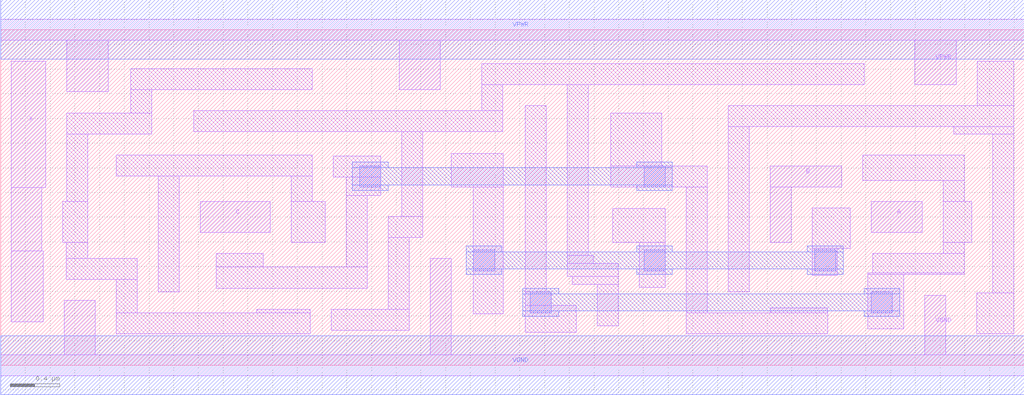
<source format=lef>
# Copyright 2020 The SkyWater PDK Authors
#
# Licensed under the Apache License, Version 2.0 (the "License");
# you may not use this file except in compliance with the License.
# You may obtain a copy of the License at
#
#     https://www.apache.org/licenses/LICENSE-2.0
#
# Unless required by applicable law or agreed to in writing, software
# distributed under the License is distributed on an "AS IS" BASIS,
# WITHOUT WARRANTIES OR CONDITIONS OF ANY KIND, either express or implied.
# See the License for the specific language governing permissions and
# limitations under the License.
#
# SPDX-License-Identifier: Apache-2.0

VERSION 5.5 ;
NAMESCASESENSITIVE ON ;
BUSBITCHARS "[]" ;
DIVIDERCHAR "/" ;
MACRO sky130_fd_sc_hd__xnor3_1
  CLASS CORE ;
  SOURCE USER ;
  ORIGIN  0.000000  0.000000 ;
  SIZE  8.280000 BY  2.720000 ;
  SYMMETRY X Y R90 ;
  SITE unithd ;
  PIN A
    ANTENNAGATEAREA  0.246000 ;
    DIRECTION INPUT ;
    USE SIGNAL ;
    PORT
      LAYER li1 ;
        RECT 7.045000 1.075000 7.455000 1.325000 ;
    END
  END A
  PIN B
    ANTENNAGATEAREA  0.661500 ;
    DIRECTION INPUT ;
    USE SIGNAL ;
    PORT
      LAYER li1 ;
        RECT 6.225000 0.995000 6.395000 1.445000 ;
        RECT 6.225000 1.445000 6.805000 1.615000 ;
    END
  END B
  PIN C
    ANTENNAGATEAREA  0.381000 ;
    DIRECTION INPUT ;
    USE SIGNAL ;
    PORT
      LAYER li1 ;
        RECT 1.615000 1.075000 2.180000 1.325000 ;
    END
  END C
  PIN X
    ANTENNADIFFAREA  0.449000 ;
    DIRECTION OUTPUT ;
    USE SIGNAL ;
    PORT
      LAYER li1 ;
        RECT 0.085000 0.350000 0.345000 0.925000 ;
        RECT 0.085000 0.925000 0.330000 1.440000 ;
        RECT 0.085000 1.440000 0.365000 2.465000 ;
    END
  END X
  PIN VGND
    DIRECTION INOUT ;
    SHAPE ABUTMENT ;
    USE GROUND ;
    PORT
      LAYER li1 ;
        RECT 0.000000 -0.085000 8.280000 0.085000 ;
        RECT 0.515000  0.085000 0.765000 0.525000 ;
        RECT 3.475000  0.085000 3.645000 0.865000 ;
        RECT 7.475000  0.085000 7.645000 0.565000 ;
    END
    PORT
      LAYER met1 ;
        RECT 0.000000 -0.240000 8.280000 0.240000 ;
    END
  END VGND
  PIN VPWR
    DIRECTION INOUT ;
    SHAPE ABUTMENT ;
    USE POWER ;
    PORT
      LAYER li1 ;
        RECT 0.000000 2.635000 8.280000 2.805000 ;
        RECT 0.535000 2.215000 0.870000 2.635000 ;
        RECT 3.225000 2.235000 3.555000 2.635000 ;
        RECT 7.395000 2.275000 7.730000 2.635000 ;
    END
    PORT
      LAYER met1 ;
        RECT 0.000000 2.480000 8.280000 2.960000 ;
    END
  END VPWR
  OBS
    LAYER li1 ;
      RECT 0.500000 0.995000 0.705000 1.325000 ;
      RECT 0.530000 0.695000 1.105000 0.865000 ;
      RECT 0.530000 0.865000 0.705000 0.995000 ;
      RECT 0.535000 1.325000 0.705000 1.875000 ;
      RECT 0.535000 1.875000 1.220000 2.045000 ;
      RECT 0.935000 0.255000 2.505000 0.425000 ;
      RECT 0.935000 0.425000 1.105000 0.695000 ;
      RECT 0.935000 1.535000 2.520000 1.705000 ;
      RECT 1.050000 2.045000 1.220000 2.235000 ;
      RECT 1.050000 2.235000 2.520000 2.405000 ;
      RECT 1.275000 0.595000 1.445000 1.535000 ;
      RECT 1.560000 1.895000 4.060000 2.065000 ;
      RECT 1.745000 0.625000 2.965000 0.795000 ;
      RECT 1.745000 0.795000 2.125000 0.905000 ;
      RECT 2.070000 0.425000 2.505000 0.455000 ;
      RECT 2.350000 0.995000 2.625000 1.325000 ;
      RECT 2.350000 1.325000 2.520000 1.535000 ;
      RECT 2.675000 0.285000 3.305000 0.455000 ;
      RECT 2.690000 1.525000 3.075000 1.695000 ;
      RECT 2.795000 0.795000 2.965000 1.375000 ;
      RECT 2.795000 1.375000 3.075000 1.525000 ;
      RECT 3.135000 0.455000 3.305000 1.035000 ;
      RECT 3.135000 1.035000 3.415000 1.205000 ;
      RECT 3.245000 1.205000 3.415000 1.895000 ;
      RECT 3.645000 1.445000 4.065000 1.715000 ;
      RECT 3.825000 0.415000 4.065000 1.445000 ;
      RECT 3.890000 2.065000 4.060000 2.275000 ;
      RECT 3.890000 2.275000 6.985000 2.445000 ;
      RECT 4.245000 0.265000 4.655000 0.485000 ;
      RECT 4.245000 0.485000 4.455000 0.595000 ;
      RECT 4.245000 0.595000 4.415000 2.105000 ;
      RECT 4.585000 0.720000 4.995000 0.825000 ;
      RECT 4.585000 0.825000 4.795000 0.890000 ;
      RECT 4.585000 0.890000 4.755000 2.275000 ;
      RECT 4.625000 0.655000 4.995000 0.720000 ;
      RECT 4.825000 0.320000 4.995000 0.655000 ;
      RECT 4.935000 1.445000 5.715000 1.615000 ;
      RECT 4.935000 1.615000 5.350000 2.045000 ;
      RECT 4.950000 0.995000 5.375000 1.270000 ;
      RECT 5.165000 0.630000 5.375000 0.995000 ;
      RECT 5.545000 0.255000 6.690000 0.425000 ;
      RECT 5.545000 0.425000 5.715000 1.445000 ;
      RECT 5.885000 0.595000 6.055000 1.935000 ;
      RECT 5.885000 1.935000 8.195000 2.105000 ;
      RECT 6.225000 0.425000 6.690000 0.465000 ;
      RECT 6.565000 0.730000 6.770000 0.945000 ;
      RECT 6.565000 0.945000 6.875000 1.275000 ;
      RECT 6.975000 1.495000 7.795000 1.705000 ;
      RECT 7.015000 0.295000 7.305000 0.735000 ;
      RECT 7.015000 0.735000 7.795000 0.750000 ;
      RECT 7.055000 0.750000 7.795000 0.905000 ;
      RECT 7.625000 0.905000 7.795000 0.995000 ;
      RECT 7.625000 0.995000 7.855000 1.325000 ;
      RECT 7.625000 1.325000 7.795000 1.495000 ;
      RECT 7.710000 1.875000 8.195000 1.935000 ;
      RECT 7.895000 0.255000 8.195000 0.585000 ;
      RECT 7.900000 2.105000 8.195000 2.465000 ;
      RECT 8.025000 0.585000 8.195000 1.875000 ;
    LAYER mcon ;
      RECT 2.905000 1.445000 3.075000 1.615000 ;
      RECT 3.825000 0.765000 3.995000 0.935000 ;
      RECT 4.285000 0.425000 4.455000 0.595000 ;
      RECT 5.205000 0.765000 5.375000 0.935000 ;
      RECT 5.205000 1.445000 5.375000 1.615000 ;
      RECT 6.585000 0.765000 6.755000 0.935000 ;
      RECT 7.045000 0.425000 7.215000 0.595000 ;
    LAYER met1 ;
      RECT 2.845000 1.415000 3.135000 1.460000 ;
      RECT 2.845000 1.460000 5.435000 1.600000 ;
      RECT 2.845000 1.600000 3.135000 1.645000 ;
      RECT 3.765000 0.735000 4.055000 0.780000 ;
      RECT 3.765000 0.780000 6.815000 0.920000 ;
      RECT 3.765000 0.920000 4.055000 0.965000 ;
      RECT 4.225000 0.395000 4.515000 0.440000 ;
      RECT 4.225000 0.440000 7.275000 0.580000 ;
      RECT 4.225000 0.580000 4.515000 0.625000 ;
      RECT 5.145000 0.735000 5.435000 0.780000 ;
      RECT 5.145000 0.920000 5.435000 0.965000 ;
      RECT 5.145000 1.415000 5.435000 1.460000 ;
      RECT 5.145000 1.600000 5.435000 1.645000 ;
      RECT 6.525000 0.735000 6.815000 0.780000 ;
      RECT 6.525000 0.920000 6.815000 0.965000 ;
      RECT 6.985000 0.395000 7.275000 0.440000 ;
      RECT 6.985000 0.580000 7.275000 0.625000 ;
  END
END sky130_fd_sc_hd__xnor3_1
END LIBRARY

</source>
